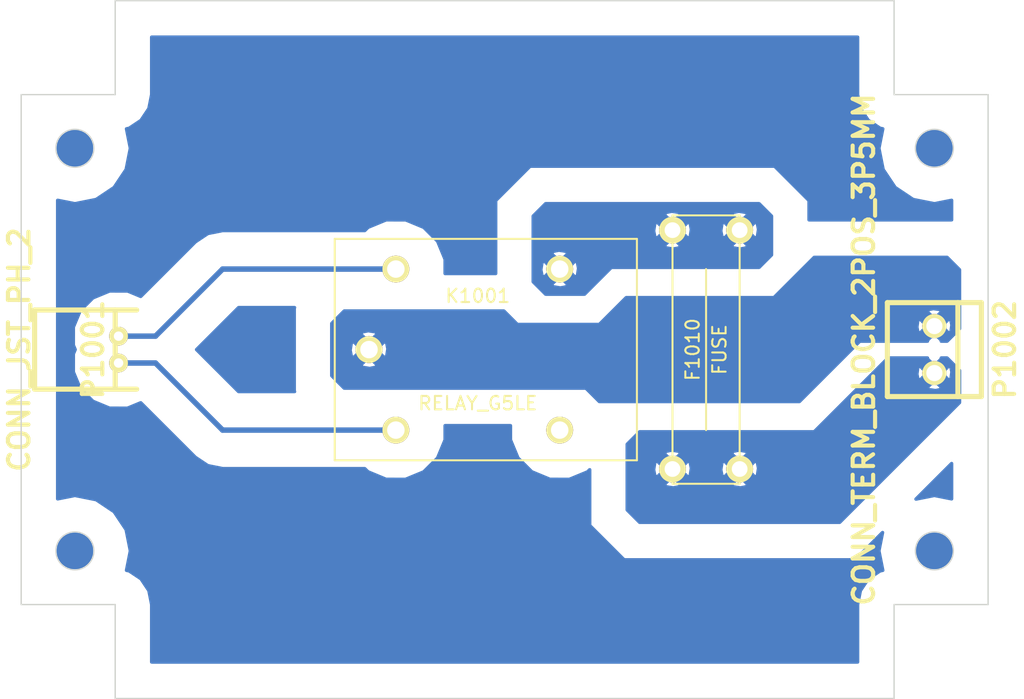
<source format=kicad_pcb>
(kicad_pcb (version 3) (host pcbnew "(2013-mar-13)-testing")

  (general
    (links 7)
    (no_connects 0)
    (area 62.68098 73.949999 138.41858 126.050001)
    (thickness 1.6)
    (drawings 16)
    (tracks 6)
    (zones 0)
    (modules 4)
    (nets 7)
  )

  (page A4)
  (layers
    (15 F.Cu signal)
    (0 B.Cu signal)
    (16 B.Adhes user)
    (17 F.Adhes user)
    (18 B.Paste user)
    (19 F.Paste user)
    (20 B.SilkS user)
    (21 F.SilkS user)
    (22 B.Mask user)
    (23 F.Mask user)
    (24 Dwgs.User user)
    (25 Cmts.User user)
    (26 Eco1.User user)
    (27 Eco2.User user)
    (28 Edge.Cuts user)
  )

  (setup
    (last_trace_width 0.254)
    (user_trace_width 0.4064)
    (user_trace_width 0.6096)
    (user_trace_width 0.762)
    (user_trace_width 1.016)
    (user_trace_width 1.524)
    (user_trace_width 2.54)
    (trace_clearance 0.254)
    (zone_clearance 2.54)
    (zone_45_only no)
    (trace_min 0.254)
    (segment_width 0.2)
    (edge_width 0.1)
    (via_size 0.889)
    (via_drill 0.635)
    (via_min_size 0.889)
    (via_min_drill 0.508)
    (uvia_size 0.508)
    (uvia_drill 0.127)
    (uvias_allowed no)
    (uvia_min_size 0.508)
    (uvia_min_drill 0.127)
    (pcb_text_width 0.3)
    (pcb_text_size 1.5 1.5)
    (mod_edge_width 0.15)
    (mod_text_size 1 1)
    (mod_text_width 0.15)
    (pad_size 2 2)
    (pad_drill 1.17)
    (pad_to_mask_clearance 0)
    (aux_axis_origin 0 0)
    (visible_elements 7FFFFFFF)
    (pcbplotparams
      (layerselection 3178497)
      (usegerberextensions true)
      (excludeedgelayer true)
      (linewidth 0.150000)
      (plotframeref false)
      (viasonmask false)
      (mode 1)
      (useauxorigin false)
      (hpglpennumber 1)
      (hpglpenspeed 20)
      (hpglpendiameter 15)
      (hpglpenoverlay 2)
      (psnegative false)
      (psa4output false)
      (plotreference true)
      (plotvalue true)
      (plotothertext true)
      (plotinvisibletext false)
      (padsonsilk false)
      (subtractmaskfromsilk false)
      (outputformat 1)
      (mirror false)
      (drillshape 1)
      (scaleselection 1)
      (outputdirectory ""))
  )

  (net 0 "")
  (net 1 N-000001)
  (net 2 N-000002)
  (net 3 N-000003)
  (net 4 N-000004)
  (net 5 N-000005)
  (net 6 N-000006)

  (net_class Default "This is the default net class."
    (clearance 0.254)
    (trace_width 0.254)
    (via_dia 0.889)
    (via_drill 0.635)
    (uvia_dia 0.508)
    (uvia_drill 0.127)
    (add_net "")
    (add_net N-000001)
    (add_net N-000002)
    (add_net N-000003)
    (add_net N-000004)
    (add_net N-000005)
    (add_net N-000006)
  )

  (module fuse_5x20mm (layer F.Cu) (tedit 521CA1D0) (tstamp 521CA518)
    (at 115 100 270)
    (path /521CA73A)
    (fp_text reference F1010 (at 0 1 270) (layer F.SilkS)
      (effects (font (size 1 1) (thickness 0.15)))
    )
    (fp_text value FUSE (at 0 -1 270) (layer F.SilkS)
      (effects (font (size 1 1) (thickness 0.15)))
    )
    (fp_line (start -6 0) (end 6 0) (layer F.SilkS) (width 0.15))
    (fp_line (start -10 -2.5) (end 10 -2.5) (layer F.SilkS) (width 0.15))
    (fp_line (start 10 -2.5) (end 10 2.5) (layer F.SilkS) (width 0.15))
    (fp_line (start 10 2.5) (end -10 2.5) (layer F.SilkS) (width 0.15))
    (fp_line (start -10 2.5) (end -10 -2.5) (layer F.SilkS) (width 0.15))
    (pad 2 thru_hole circle (at 8.9 -2.5 270) (size 2 2) (drill 1.17)
      (layers *.Cu *.Mask F.SilkS)
      (net 1 N-000001)
    )
    (pad 2 thru_hole circle (at 8.9 2.5 270) (size 2 2) (drill 1.17)
      (layers *.Cu *.Mask F.SilkS)
      (net 1 N-000001)
    )
    (pad 1 thru_hole circle (at -8.9 2.5 270) (size 2 2) (drill 1.17)
      (layers *.Cu *.Mask F.SilkS)
      (net 2 N-000002)
    )
    (pad 1 thru_hole circle (at -8.9 -2.5 270) (size 2 2) (drill 1.17)
      (layers *.Cu *.Mask F.SilkS)
      (net 2 N-000002)
    )
  )

  (module relay_g5le (layer F.Cu) (tedit 521CA02A) (tstamp 521CA525)
    (at 98 100)
    (path /521CA673)
    (fp_text reference K1001 (at 0 -4) (layer F.SilkS)
      (effects (font (size 1 1) (thickness 0.15)))
    )
    (fp_text value RELAY_G5LE (at 0 4) (layer F.SilkS)
      (effects (font (size 1 1) (thickness 0.15)))
    )
    (fp_line (start 11.85 -8.25) (end 11.85 8.25) (layer F.SilkS) (width 0.15))
    (fp_line (start 11.85 8.25) (end -10.65 8.25) (layer F.SilkS) (width 0.15))
    (fp_line (start -10.65 8.25) (end -10.65 -8.25) (layer F.SilkS) (width 0.15))
    (fp_line (start -10.65 -8.25) (end 11.85 -8.25) (layer F.SilkS) (width 0.15))
    (pad 1 thru_hole circle (at -8.1 0) (size 2 2) (drill 1.3)
      (layers *.Cu *.Mask F.SilkS)
      (net 5 N-000005)
    )
    (pad 2 thru_hole circle (at -6.1 -6) (size 2 2) (drill 1.3)
      (layers *.Cu *.Mask F.SilkS)
      (net 4 N-000004)
    )
    (pad 3 thru_hole circle (at 6.1 -6) (size 2 2) (drill 1.3)
      (layers *.Cu *.Mask F.SilkS)
      (net 2 N-000002)
    )
    (pad 4 thru_hole circle (at 6.1 6) (size 2 2) (drill 1.3)
      (layers *.Cu *.Mask F.SilkS)
      (net 6 N-000006)
    )
    (pad 5 thru_hole circle (at -6.1 6) (size 2 2) (drill 1.3)
      (layers *.Cu *.Mask F.SilkS)
      (net 3 N-000003)
    )
  )

  (module CONN_TERM_BLOCK_2POS_3P5MM (layer F.Cu) (tedit 5091B589) (tstamp 521CA540)
    (at 132 100 270)
    (path /521CA69B)
    (fp_text reference P1002 (at 0 -5.25018 270) (layer F.SilkS)
      (effects (font (thickness 0.3048)))
    )
    (fp_text value CONN_TERM_BLOCK_2POS_3P5MM (at 0 5.25018 270) (layer F.SilkS)
      (effects (font (thickness 0.3048)))
    )
    (fp_line (start -3.50012 -1.75006) (end 3.50012 -1.75006) (layer F.SilkS) (width 0.381))
    (fp_line (start 3.50012 -3.50012) (end 3.50012 3.50012) (layer F.SilkS) (width 0.381))
    (fp_line (start 3.50012 3.50012) (end -3.50012 3.50012) (layer F.SilkS) (width 0.381))
    (fp_line (start -3.50012 3.50012) (end -3.50012 -3.50012) (layer F.SilkS) (width 0.381))
    (fp_line (start -3.50012 -3.50012) (end 3.50012 -3.50012) (layer F.SilkS) (width 0.381))
    (pad 1 thru_hole circle (at 1.75006 0 270) (size 1.80086 1.80086) (drill 1.19888)
      (layers *.Cu *.Mask F.SilkS)
      (net 1 N-000001)
    )
    (pad 2 thru_hole circle (at -1.75006 0 270) (size 1.80086 1.80086) (drill 1.19888)
      (layers *.Cu *.Mask F.SilkS)
      (net 5 N-000005)
    )
  )

  (module JST_PH_2_TH_RA (layer F.Cu) (tedit 5091D3DB) (tstamp 521CA8C5)
    (at 65 100 90)
    (path /521CA682)
    (fp_text reference P1001 (at 0 4.35102 90) (layer F.SilkS)
      (effects (font (thickness 0.3048)))
    )
    (fp_text value CONN_JST_PH_2 (at 0 -1.15062 90) (layer F.SilkS)
      (effects (font (thickness 0.3048)))
    )
    (fp_line (start 2.94894 5.99948) (end -2.94894 5.99948) (layer F.SilkS) (width 0.381))
    (fp_line (start -2.94894 0) (end 2.94894 0) (layer F.SilkS) (width 0.381))
    (fp_line (start 2.94894 0) (end 2.94894 7.59968) (layer F.SilkS) (width 0.381))
    (fp_line (start -2.94894 7.59968) (end -2.94894 0) (layer F.SilkS) (width 0.381))
    (pad 2 thru_hole circle (at -1.00076 6.25094 90) (size 1.39954 1.39954) (drill 0.70104)
      (layers *.Cu *.Mask F.SilkS)
      (net 3 N-000003)
    )
    (pad 1 thru_hole circle (at 1.00076 6.25094 90) (size 1.39954 1.39954) (drill 0.70104)
      (layers *.Cu *.Mask F.SilkS)
      (net 4 N-000004)
    )
  )

  (gr_circle (center 68 85) (end 69 86) (layer Edge.Cuts) (width 0.1))
  (gr_circle (center 68 115) (end 69 116) (layer Edge.Cuts) (width 0.1))
  (gr_circle (center 132 115) (end 133 116) (layer Edge.Cuts) (width 0.1))
  (gr_circle (center 132 85) (end 131 84) (layer Edge.Cuts) (width 0.1))
  (gr_line (start 64 81) (end 71 81) (angle 90) (layer Edge.Cuts) (width 0.1))
  (gr_line (start 64 119) (end 64 81) (angle 90) (layer Edge.Cuts) (width 0.1))
  (gr_line (start 71 119) (end 64 119) (angle 90) (layer Edge.Cuts) (width 0.1))
  (gr_line (start 71 126) (end 71 119) (angle 90) (layer Edge.Cuts) (width 0.1))
  (gr_line (start 129 126) (end 71 126) (angle 90) (layer Edge.Cuts) (width 0.1))
  (gr_line (start 129 119) (end 129 126) (angle 90) (layer Edge.Cuts) (width 0.1))
  (gr_line (start 136 119) (end 129 119) (angle 90) (layer Edge.Cuts) (width 0.1))
  (gr_line (start 136 81) (end 136 119) (angle 90) (layer Edge.Cuts) (width 0.1))
  (gr_line (start 129 81) (end 136 81) (angle 90) (layer Edge.Cuts) (width 0.1))
  (gr_line (start 129 74) (end 129 81) (angle 90) (layer Edge.Cuts) (width 0.1))
  (gr_line (start 71 74) (end 129 74) (angle 90) (layer Edge.Cuts) (width 0.1))
  (gr_line (start 71 81) (end 71 74) (angle 90) (layer Edge.Cuts) (width 0.1))

  (segment (start 91.9 106) (end 79 106) (width 0.4064) (layer B.Cu) (net 3))
  (segment (start 74.00076 101.00076) (end 71.25094 101.00076) (width 0.4064) (layer B.Cu) (net 3) (tstamp 521CA961))
  (segment (start 79 106) (end 74.00076 101.00076) (width 0.4064) (layer B.Cu) (net 3) (tstamp 521CA95F))
  (segment (start 91.9 94) (end 79 94) (width 0.4064) (layer B.Cu) (net 4))
  (segment (start 74.00076 98.99924) (end 71.25094 98.99924) (width 0.4064) (layer B.Cu) (net 4) (tstamp 521CA95B))
  (segment (start 79 94) (end 74.00076 98.99924) (width 0.4064) (layer B.Cu) (net 4) (tstamp 521CA959))

  (zone (net 2) (net_name N-000002) (layer B.Cu) (tstamp 521CA965) (hatch edge 0.508)
    (priority 1)
    (connect_pads (clearance 0.508))
    (min_thickness 0.254)
    (fill (arc_segments 16) (thermal_gap 0.254) (thermal_bridge_width 1.016))
    (polygon
      (pts
        (xy 120 93) (xy 119 94) (xy 108 94) (xy 106 96) (xy 103 96)
        (xy 102 95) (xy 102 90) (xy 103 89) (xy 119 89) (xy 120 90)
      )
    )
    (filled_polygon
      (pts
        (xy 119.873 92.947395) (xy 118.947395 93.873) (xy 118.907019 93.873) (xy 118.907019 91.045969) (xy 118.820593 90.611475)
        (xy 118.657747 90.481068) (xy 118.118932 91.019883) (xy 118.118932 89.942253) (xy 117.988525 89.779407) (xy 117.445969 89.692981)
        (xy 117.011475 89.779407) (xy 116.881068 89.942253) (xy 117.5 90.561185) (xy 118.118932 89.942253) (xy 118.118932 91.019883)
        (xy 118.038815 91.1) (xy 118.657747 91.718932) (xy 118.820593 91.588525) (xy 118.907019 91.045969) (xy 118.907019 93.873)
        (xy 118.118932 93.873) (xy 118.118932 92.257747) (xy 117.5 91.638815) (xy 116.961185 92.17763) (xy 116.961185 91.1)
        (xy 116.342253 90.481068) (xy 116.179407 90.611475) (xy 116.092981 91.154031) (xy 116.179407 91.588525) (xy 116.342253 91.718932)
        (xy 116.961185 91.1) (xy 116.961185 92.17763) (xy 116.881068 92.257747) (xy 117.011475 92.420593) (xy 117.554031 92.507019)
        (xy 117.988525 92.420593) (xy 118.118932 92.257747) (xy 118.118932 93.873) (xy 113.907019 93.873) (xy 113.907019 91.045969)
        (xy 113.820593 90.611475) (xy 113.657747 90.481068) (xy 113.118932 91.019883) (xy 113.118932 89.942253) (xy 112.988525 89.779407)
        (xy 112.445969 89.692981) (xy 112.011475 89.779407) (xy 111.881068 89.942253) (xy 112.5 90.561185) (xy 113.118932 89.942253)
        (xy 113.118932 91.019883) (xy 113.038815 91.1) (xy 113.657747 91.718932) (xy 113.820593 91.588525) (xy 113.907019 91.045969)
        (xy 113.907019 93.873) (xy 113.118932 93.873) (xy 113.118932 92.257747) (xy 112.5 91.638815) (xy 111.961185 92.17763)
        (xy 111.961185 91.1) (xy 111.342253 90.481068) (xy 111.179407 90.611475) (xy 111.092981 91.154031) (xy 111.179407 91.588525)
        (xy 111.342253 91.718932) (xy 111.961185 91.1) (xy 111.961185 92.17763) (xy 111.881068 92.257747) (xy 112.011475 92.420593)
        (xy 112.554031 92.507019) (xy 112.988525 92.420593) (xy 113.118932 92.257747) (xy 113.118932 93.873) (xy 107.947395 93.873)
        (xy 105.947395 95.873) (xy 105.507019 95.873) (xy 105.507019 93.945969) (xy 105.420593 93.511475) (xy 105.257747 93.381068)
        (xy 104.718932 93.919883) (xy 104.718932 92.842253) (xy 104.588525 92.679407) (xy 104.045969 92.592981) (xy 103.611475 92.679407)
        (xy 103.481068 92.842253) (xy 104.1 93.461185) (xy 104.718932 92.842253) (xy 104.718932 93.919883) (xy 104.638815 94)
        (xy 105.257747 94.618932) (xy 105.420593 94.488525) (xy 105.507019 93.945969) (xy 105.507019 95.873) (xy 104.718932 95.873)
        (xy 104.718932 95.157747) (xy 104.1 94.538815) (xy 103.561185 95.07763) (xy 103.561185 94) (xy 102.942253 93.381068)
        (xy 102.779407 93.511475) (xy 102.692981 94.054031) (xy 102.779407 94.488525) (xy 102.942253 94.618932) (xy 103.561185 94)
        (xy 103.561185 95.07763) (xy 103.481068 95.157747) (xy 103.611475 95.320593) (xy 104.154031 95.407019) (xy 104.588525 95.320593)
        (xy 104.718932 95.157747) (xy 104.718932 95.873) (xy 103.052605 95.873) (xy 102.127 94.947395) (xy 102.127 90.052605)
        (xy 103.052605 89.127) (xy 118.947395 89.127) (xy 119.873 90.052605) (xy 119.873 92.947395)
      )
    )
  )
  (zone (net 1) (net_name N-000001) (layer B.Cu) (tstamp 521CA98E) (hatch edge 0.508)
    (priority 1)
    (connect_pads (clearance 0.508))
    (min_thickness 0.254)
    (fill (arc_segments 16) (thermal_gap 0.254) (thermal_bridge_width 1.016))
    (polygon
      (pts
        (xy 134 104) (xy 125 113) (xy 110 113) (xy 109 112) (xy 109 107)
        (xy 110 106) (xy 123 106) (xy 128.5 100.5) (xy 133 100.5) (xy 134 101.5)
      )
    )
    (filled_polygon
      (pts
        (xy 133.873 103.947395) (xy 133.304161 104.516234) (xy 133.304161 101.671335) (xy 133.235014 101.323711) (xy 133.082442 101.206433)
        (xy 132.538815 101.75006) (xy 133.082442 102.293687) (xy 133.235014 102.176409) (xy 133.304161 101.671335) (xy 133.304161 104.516234)
        (xy 132.543627 105.276768) (xy 132.543627 102.832502) (xy 132 102.288875) (xy 131.461185 102.82769) (xy 131.461185 101.75006)
        (xy 130.917558 101.206433) (xy 130.764986 101.323711) (xy 130.695839 101.828785) (xy 130.764986 102.176409) (xy 130.917558 102.293687)
        (xy 131.461185 101.75006) (xy 131.461185 102.82769) (xy 131.456373 102.832502) (xy 131.573651 102.985074) (xy 132.078725 103.054221)
        (xy 132.426349 102.985074) (xy 132.543627 102.832502) (xy 132.543627 105.276768) (xy 124.947395 112.873) (xy 118.907019 112.873)
        (xy 118.907019 108.845969) (xy 118.820593 108.411475) (xy 118.657747 108.281068) (xy 118.118932 108.819883) (xy 118.118932 107.742253)
        (xy 117.988525 107.579407) (xy 117.445969 107.492981) (xy 117.011475 107.579407) (xy 116.881068 107.742253) (xy 117.5 108.361185)
        (xy 118.118932 107.742253) (xy 118.118932 108.819883) (xy 118.038815 108.9) (xy 118.657747 109.518932) (xy 118.820593 109.388525)
        (xy 118.907019 108.845969) (xy 118.907019 112.873) (xy 118.118932 112.873) (xy 118.118932 110.057747) (xy 117.5 109.438815)
        (xy 116.961185 109.97763) (xy 116.961185 108.9) (xy 116.342253 108.281068) (xy 116.179407 108.411475) (xy 116.092981 108.954031)
        (xy 116.179407 109.388525) (xy 116.342253 109.518932) (xy 116.961185 108.9) (xy 116.961185 109.97763) (xy 116.881068 110.057747)
        (xy 117.011475 110.220593) (xy 117.554031 110.307019) (xy 117.988525 110.220593) (xy 118.118932 110.057747) (xy 118.118932 112.873)
        (xy 113.907019 112.873) (xy 113.907019 108.845969) (xy 113.820593 108.411475) (xy 113.657747 108.281068) (xy 113.118932 108.819883)
        (xy 113.118932 107.742253) (xy 112.988525 107.579407) (xy 112.445969 107.492981) (xy 112.011475 107.579407) (xy 111.881068 107.742253)
        (xy 112.5 108.361185) (xy 113.118932 107.742253) (xy 113.118932 108.819883) (xy 113.038815 108.9) (xy 113.657747 109.518932)
        (xy 113.820593 109.388525) (xy 113.907019 108.845969) (xy 113.907019 112.873) (xy 113.118932 112.873) (xy 113.118932 110.057747)
        (xy 112.5 109.438815) (xy 111.961185 109.97763) (xy 111.961185 108.9) (xy 111.342253 108.281068) (xy 111.179407 108.411475)
        (xy 111.092981 108.954031) (xy 111.179407 109.388525) (xy 111.342253 109.518932) (xy 111.961185 108.9) (xy 111.961185 109.97763)
        (xy 111.881068 110.057747) (xy 112.011475 110.220593) (xy 112.554031 110.307019) (xy 112.988525 110.220593) (xy 113.118932 110.057747)
        (xy 113.118932 112.873) (xy 110.052605 112.873) (xy 109.127 111.947395) (xy 109.127 107.052605) (xy 110.052605 106.127)
        (xy 123.052605 106.127) (xy 128.552605 100.627) (xy 131.487594 100.627) (xy 131.456373 100.667618) (xy 132 101.211245)
        (xy 132.543627 100.667618) (xy 132.512405 100.627) (xy 132.947395 100.627) (xy 133.873 101.552605) (xy 133.873 103.947395)
      )
    )
  )
  (zone (net 5) (net_name N-000005) (layer B.Cu) (tstamp 521CAA48) (hatch edge 0.508)
    (priority 1)
    (connect_pads (clearance 0.508))
    (min_thickness 0.254)
    (fill (arc_segments 16) (thermal_gap 0.254) (thermal_bridge_width 1.016))
    (polygon
      (pts
        (xy 134 98.5) (xy 133 99.5) (xy 126.5 99.5) (xy 122 104) (xy 107 104)
        (xy 106 103) (xy 88 103) (xy 87 102) (xy 87 98) (xy 88 97)
        (xy 100 97) (xy 101 98) (xy 107 98) (xy 109 96) (xy 120 96)
        (xy 123 93) (xy 133 93) (xy 134 94)
      )
    )
    (filled_polygon
      (pts
        (xy 133.873 98.447395) (xy 133.304161 99.016234) (xy 133.304161 98.171215) (xy 133.235014 97.823591) (xy 133.082442 97.706313)
        (xy 132.543627 98.245128) (xy 132.543627 97.167498) (xy 132.426349 97.014926) (xy 131.921275 96.945779) (xy 131.573651 97.014926)
        (xy 131.456373 97.167498) (xy 132 97.711125) (xy 132.543627 97.167498) (xy 132.543627 98.245128) (xy 132.538815 98.24994)
        (xy 133.082442 98.793567) (xy 133.235014 98.676289) (xy 133.304161 98.171215) (xy 133.304161 99.016234) (xy 132.947395 99.373)
        (xy 132.512405 99.373) (xy 132.543627 99.332382) (xy 132 98.788755) (xy 131.461185 99.32757) (xy 131.461185 98.24994)
        (xy 130.917558 97.706313) (xy 130.764986 97.823591) (xy 130.695839 98.328665) (xy 130.764986 98.676289) (xy 130.917558 98.793567)
        (xy 131.461185 98.24994) (xy 131.461185 99.32757) (xy 131.456373 99.332382) (xy 131.487594 99.373) (xy 126.447395 99.373)
        (xy 121.947395 103.873) (xy 107.052605 103.873) (xy 106.052605 102.873) (xy 91.307019 102.873) (xy 91.307019 99.945969)
        (xy 91.220593 99.511475) (xy 91.057747 99.381068) (xy 90.518932 99.919883) (xy 90.518932 98.842253) (xy 90.388525 98.679407)
        (xy 89.845969 98.592981) (xy 89.411475 98.679407) (xy 89.281068 98.842253) (xy 89.9 99.461185) (xy 90.518932 98.842253)
        (xy 90.518932 99.919883) (xy 90.438815 100) (xy 91.057747 100.618932) (xy 91.220593 100.488525) (xy 91.307019 99.945969)
        (xy 91.307019 102.873) (xy 90.518932 102.873) (xy 90.518932 101.157747) (xy 89.9 100.538815) (xy 89.361185 101.07763)
        (xy 89.361185 100) (xy 88.742253 99.381068) (xy 88.579407 99.511475) (xy 88.492981 100.054031) (xy 88.579407 100.488525)
        (xy 88.742253 100.618932) (xy 89.361185 100) (xy 89.361185 101.07763) (xy 89.281068 101.157747) (xy 89.411475 101.320593)
        (xy 89.954031 101.407019) (xy 90.388525 101.320593) (xy 90.518932 101.157747) (xy 90.518932 102.873) (xy 88.052605 102.873)
        (xy 87.127 101.947395) (xy 87.127 98.052605) (xy 88.052605 97.127) (xy 99.947395 97.127) (xy 100.947395 98.127)
        (xy 107.052605 98.127) (xy 109.052605 96.127) (xy 120.052605 96.127) (xy 123.052605 93.127) (xy 132.947395 93.127)
        (xy 133.873 94.052605) (xy 133.873 98.447395)
      )
    )
  )
  (zone (net 0) (net_name "") (layer B.Cu) (tstamp 521CD93E) (hatch edge 0.508)
    (connect_pads (clearance 2.54))
    (min_thickness 0.254)
    (fill (arc_segments 16) (thermal_gap 0.254) (thermal_bridge_width 1.016))
    (polygon
      (pts
        (xy 136 119) (xy 129 119) (xy 129 126) (xy 71 126) (xy 71 119)
        (xy 64 119) (xy 64 81) (xy 71 81) (xy 71 74) (xy 129 74)
        (xy 129 81) (xy 136 81)
      )
    )
    (filled_polygon
      (pts
        (xy 69.302786 85) (xy 69.203617 85.498555) (xy 68.921209 85.921209) (xy 68.498555 86.203617) (xy 68 86.302786)
        (xy 67.501445 86.203617) (xy 67.078791 85.921209) (xy 66.796383 85.498555) (xy 66.717 85.09947) (xy 66.717 85)
        (xy 66.717 84.900529) (xy 66.796383 84.501445) (xy 67.078791 84.078791) (xy 67.501445 83.796383) (xy 67.900529 83.717)
        (xy 68.09947 83.717) (xy 68.498555 83.796383) (xy 68.921209 84.078791) (xy 69.203617 84.501445) (xy 69.302786 85)
      )
    )
    (filled_polygon
      (pts
        (xy 69.302786 115) (xy 69.203617 115.498555) (xy 68.921209 115.921209) (xy 68.498555 116.203617) (xy 68.09947 116.283)
        (xy 67.900529 116.283) (xy 67.501445 116.203617) (xy 67.078791 115.921209) (xy 66.796383 115.498555) (xy 66.717 115.09947)
        (xy 66.717 115) (xy 66.717 114.900529) (xy 66.796383 114.501445) (xy 67.078791 114.078791) (xy 67.501445 113.796383)
        (xy 68 113.697214) (xy 68.498555 113.796383) (xy 68.921209 114.078791) (xy 69.203617 114.501445) (xy 69.302786 115)
      )
    )
    (filled_polygon
      (pts
        (xy 84.358092 103.1298) (xy 80.188875 103.1298) (xy 77.059076 100) (xy 80.188876 96.8702) (xy 84.358092 96.8702)
        (xy 84.333 96.895292) (xy 84.333 103.104708) (xy 84.358092 103.1298)
      )
    )
    (filled_polygon
      (pts
        (xy 133.283 85.09947) (xy 133.203617 85.498555) (xy 132.921209 85.921209) (xy 132.498555 86.203617) (xy 132 86.302786)
        (xy 131.501445 86.203617) (xy 131.078791 85.921209) (xy 130.796383 85.498555) (xy 130.697214 85) (xy 130.796383 84.501445)
        (xy 131.078791 84.078791) (xy 131.501445 83.796383) (xy 131.900529 83.717) (xy 132.09947 83.717) (xy 132.498555 83.796383)
        (xy 132.921209 84.078791) (xy 133.203617 84.501445) (xy 133.283 84.900529) (xy 133.283 85) (xy 133.283 85.09947)
      )
    )
    (filled_polygon
      (pts
        (xy 133.283 90.333) (xy 122.667 90.333) (xy 122.667 88.895292) (xy 120.104708 86.333) (xy 101.895292 86.333)
        (xy 99.333 88.895292) (xy 99.333 94.333) (xy 95.56671 94.333) (xy 95.567635 93.273789) (xy 95.010544 91.925525)
        (xy 93.979901 90.893081) (xy 92.632611 90.333638) (xy 91.173789 90.332365) (xy 89.825525 90.889456) (xy 89.584761 91.1298)
        (xy 79 91.1298) (xy 77.901622 91.348281) (xy 76.970462 91.970462) (xy 72.901709 96.039214) (xy 71.92357 95.633056)
        (xy 70.584186 95.631887) (xy 69.346309 96.143367) (xy 68.398396 97.089628) (xy 67.884756 98.32661) (xy 67.883587 99.665994)
        (xy 68.021302 99.99929) (xy 67.884756 100.32813) (xy 67.883587 101.667514) (xy 68.395067 102.905391) (xy 69.341328 103.853304)
        (xy 70.57831 104.366944) (xy 71.917694 104.368113) (xy 72.902233 103.961309) (xy 76.970462 108.029538) (xy 77.901622 108.651719)
        (xy 79 108.8702) (xy 89.583792 108.8702) (xy 89.820099 109.106919) (xy 91.167389 109.666362) (xy 92.626211 109.667635)
        (xy 93.974475 109.110544) (xy 95.006919 108.079901) (xy 95.566362 106.732611) (xy 95.567291 105.667) (xy 100.433289 105.667)
        (xy 100.432365 106.726211) (xy 100.989456 108.074475) (xy 102.020099 109.106919) (xy 103.367389 109.666362) (xy 104.826211 109.667635)
        (xy 106.174475 109.110544) (xy 106.333 108.952295) (xy 106.333 113.104708) (xy 108.895292 115.667) (xy 126.104708 115.667)
        (xy 128.141193 113.630514) (xy 127.868786 115) (xy 128.157331 116.450616) (xy 127.960249 116.489819) (xy 127.078791 117.078791)
        (xy 126.489819 117.960249) (xy 126.283 119) (xy 126.283 123.283) (xy 73.717 123.283) (xy 73.717 119)
        (xy 73.510181 117.960249) (xy 72.921209 117.078791) (xy 72.039751 116.489819) (xy 71.842668 116.450616) (xy 72.131214 115)
        (xy 71.816744 113.419053) (xy 70.921209 112.078791) (xy 69.580947 111.183256) (xy 68 110.868786) (xy 66.717 111.12399)
        (xy 66.717 88.876009) (xy 68 89.131214) (xy 69.580947 88.816744) (xy 70.921209 87.921209) (xy 71.816744 86.580947)
        (xy 72.131214 85) (xy 71.842668 83.549383) (xy 72.039751 83.510181) (xy 72.921209 82.921209) (xy 73.510181 82.039751)
        (xy 73.717 81) (xy 73.717 76.717) (xy 126.283 76.717) (xy 126.283 81) (xy 126.489819 82.039751)
        (xy 127.078791 82.921209) (xy 127.960249 83.510181) (xy 128.157331 83.549383) (xy 127.868786 85) (xy 128.183256 86.580947)
        (xy 129.078791 87.921209) (xy 130.419053 88.816744) (xy 132 89.131214) (xy 133.283 88.876009) (xy 133.283 90.333)
      )
    )
    (filled_polygon
      (pts
        (xy 133.283 111.12399) (xy 132 110.868786) (xy 130.630514 111.141193) (xy 133.283 108.488708) (xy 133.283 111.12399)
      )
    )
    (filled_polygon
      (pts
        (xy 133.283 115.09947) (xy 133.203617 115.498555) (xy 132.921209 115.921209) (xy 132.498555 116.203617) (xy 132.09947 116.283)
        (xy 131.900529 116.283) (xy 131.501445 116.203617) (xy 131.078791 115.921209) (xy 130.796383 115.498555) (xy 130.697214 115)
        (xy 130.796383 114.501445) (xy 131.078791 114.078791) (xy 131.501445 113.796383) (xy 132 113.697214) (xy 132.498555 113.796383)
        (xy 132.921209 114.078791) (xy 133.203617 114.501445) (xy 133.283 114.900529) (xy 133.283 115) (xy 133.283 115.09947)
      )
    )
  )
)

</source>
